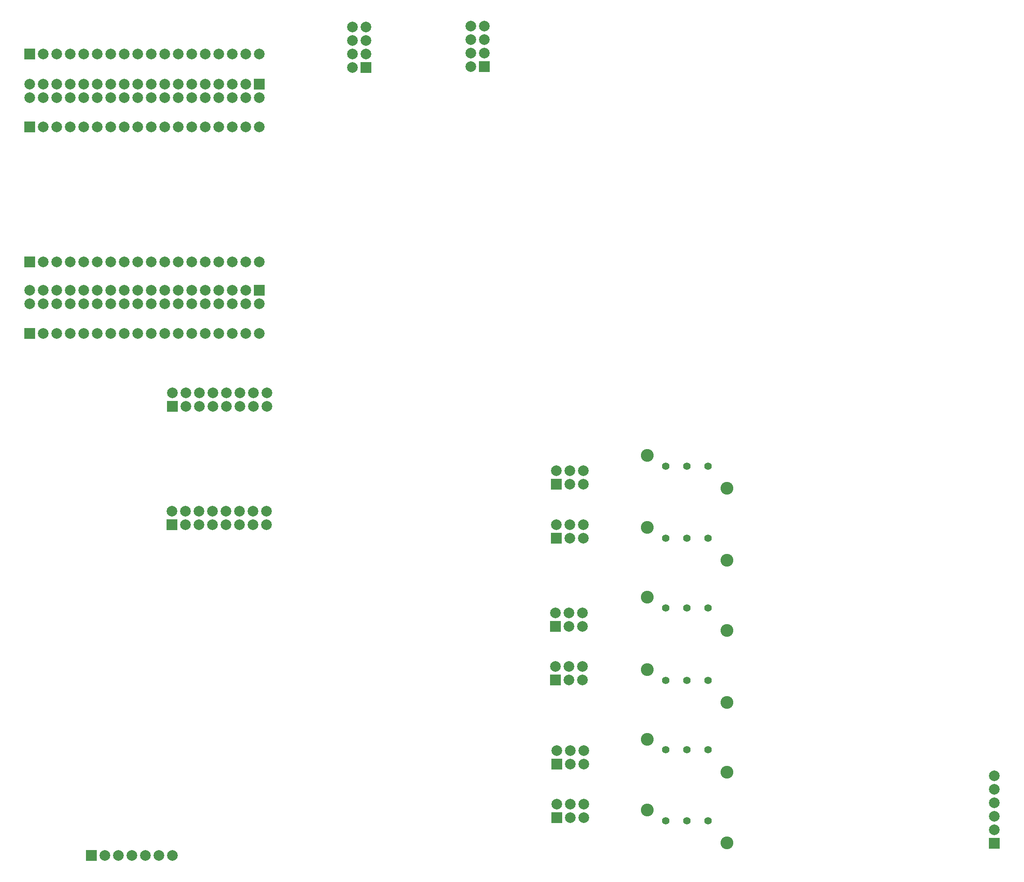
<source format=gbs>
G04*
G04 #@! TF.GenerationSoftware,Altium Limited,Altium Designer,22.3.1 (43)*
G04*
G04 Layer_Color=16711935*
%FSLAX25Y25*%
%MOIN*%
G70*
G04*
G04 #@! TF.SameCoordinates,0A97E6FA-FBBB-4BB4-88F3-49EC77A15450*
G04*
G04*
G04 #@! TF.FilePolarity,Negative*
G04*
G01*
G75*
%ADD67C,0.07906*%
%ADD68R,0.07906X0.07906*%
%ADD69R,0.07906X0.07906*%
%ADD70C,0.09500*%
%ADD71C,0.05500*%
D67*
X120500Y20200D02*
D03*
X110500D02*
D03*
X100500D02*
D03*
X90500D02*
D03*
X70500D02*
D03*
X80500D02*
D03*
X404769Y305298D02*
D03*
X414769Y295298D02*
D03*
Y305298D02*
D03*
X424769Y295298D02*
D03*
Y305298D02*
D03*
X404928Y265231D02*
D03*
X414928Y255231D02*
D03*
Y265231D02*
D03*
X424929Y255231D02*
D03*
Y265231D02*
D03*
X404340Y199979D02*
D03*
X414340Y189979D02*
D03*
Y199979D02*
D03*
X424340Y189979D02*
D03*
Y199979D02*
D03*
X404340Y160340D02*
D03*
X414340Y150340D02*
D03*
Y160340D02*
D03*
X424340Y150340D02*
D03*
Y160340D02*
D03*
X405156Y97931D02*
D03*
X415156Y87931D02*
D03*
Y97931D02*
D03*
X425156Y87931D02*
D03*
Y97931D02*
D03*
X405328Y58312D02*
D03*
X415328Y48312D02*
D03*
Y58312D02*
D03*
X425327Y48312D02*
D03*
Y58312D02*
D03*
X253900Y603855D02*
D03*
X263900Y613855D02*
D03*
X253900D02*
D03*
X263900Y623855D02*
D03*
X253900D02*
D03*
X263900Y633855D02*
D03*
X253900D02*
D03*
X140555Y363000D02*
D03*
X351465Y634610D02*
D03*
Y624610D02*
D03*
X24900Y591845D02*
D03*
Y613945D02*
D03*
X190355Y275300D02*
D03*
Y265300D02*
D03*
X180355Y275300D02*
D03*
Y265300D02*
D03*
X170355Y275300D02*
D03*
Y265300D02*
D03*
X160355Y275300D02*
D03*
Y265300D02*
D03*
X150355Y275300D02*
D03*
Y265300D02*
D03*
X140355Y275300D02*
D03*
Y265300D02*
D03*
X130355Y275300D02*
D03*
Y265300D02*
D03*
X120355Y275300D02*
D03*
X190555Y363000D02*
D03*
Y353000D02*
D03*
X180555Y363000D02*
D03*
Y353000D02*
D03*
X170555Y363000D02*
D03*
Y353000D02*
D03*
X160555Y363000D02*
D03*
Y353000D02*
D03*
X150555Y363000D02*
D03*
Y353000D02*
D03*
X140555D02*
D03*
X130555Y363000D02*
D03*
Y353000D02*
D03*
X120555Y363000D02*
D03*
X341465Y604610D02*
D03*
X351465Y614610D02*
D03*
X341465D02*
D03*
Y624610D02*
D03*
Y634610D02*
D03*
X24900Y406945D02*
D03*
X34900D02*
D03*
X44900D02*
D03*
X54900D02*
D03*
X64900D02*
D03*
X74900D02*
D03*
X84900D02*
D03*
X94900D02*
D03*
X104900D02*
D03*
X114900D02*
D03*
X124900D02*
D03*
X134900D02*
D03*
X144900D02*
D03*
X154900D02*
D03*
X164900D02*
D03*
X174900D02*
D03*
X184900D02*
D03*
Y429045D02*
D03*
X174900Y439045D02*
D03*
Y429045D02*
D03*
X164900Y439045D02*
D03*
Y429045D02*
D03*
X154900Y439045D02*
D03*
Y429045D02*
D03*
X144900Y439045D02*
D03*
Y429045D02*
D03*
X134900Y439045D02*
D03*
Y429045D02*
D03*
X124900Y439045D02*
D03*
Y429045D02*
D03*
X114900Y439045D02*
D03*
Y429045D02*
D03*
X104900Y439045D02*
D03*
Y429045D02*
D03*
X94900Y439045D02*
D03*
Y429045D02*
D03*
X84900Y439045D02*
D03*
Y429045D02*
D03*
X74900Y439045D02*
D03*
Y429045D02*
D03*
X64900Y439045D02*
D03*
Y429045D02*
D03*
X54900Y439045D02*
D03*
Y429045D02*
D03*
X44900Y439045D02*
D03*
Y429045D02*
D03*
X34900Y439045D02*
D03*
Y429045D02*
D03*
X24900Y439045D02*
D03*
Y429045D02*
D03*
X14900Y439045D02*
D03*
Y429045D02*
D03*
X24900Y460045D02*
D03*
X34900D02*
D03*
X44900D02*
D03*
X54900D02*
D03*
X64900D02*
D03*
X74900D02*
D03*
X84900D02*
D03*
X94900D02*
D03*
X104900D02*
D03*
X114900D02*
D03*
X124900D02*
D03*
X134900D02*
D03*
X144900D02*
D03*
X154900D02*
D03*
X164900D02*
D03*
X174900D02*
D03*
X184900D02*
D03*
X24900Y560045D02*
D03*
X34900D02*
D03*
X44900D02*
D03*
X54900D02*
D03*
X64900D02*
D03*
X74900D02*
D03*
X84900D02*
D03*
X94900D02*
D03*
X104900D02*
D03*
X114900D02*
D03*
X124900D02*
D03*
X134900D02*
D03*
X144900D02*
D03*
X154900D02*
D03*
X164900D02*
D03*
X174900D02*
D03*
X184900D02*
D03*
Y581845D02*
D03*
X174900Y591845D02*
D03*
Y581845D02*
D03*
X164900Y591845D02*
D03*
Y581845D02*
D03*
X154900Y591845D02*
D03*
Y581845D02*
D03*
X144900Y591845D02*
D03*
Y581845D02*
D03*
X134900Y591845D02*
D03*
Y581845D02*
D03*
X124900Y591845D02*
D03*
Y581845D02*
D03*
X114900Y591845D02*
D03*
Y581845D02*
D03*
X104900Y591845D02*
D03*
Y581845D02*
D03*
X94900Y591845D02*
D03*
Y581845D02*
D03*
X84900Y591845D02*
D03*
Y581845D02*
D03*
X74900Y591845D02*
D03*
Y581845D02*
D03*
X64900Y591845D02*
D03*
Y581845D02*
D03*
X54900Y591845D02*
D03*
Y581845D02*
D03*
X44900Y591845D02*
D03*
Y581845D02*
D03*
X34900Y591845D02*
D03*
Y581845D02*
D03*
X24900D02*
D03*
X14900Y591845D02*
D03*
Y581845D02*
D03*
X34900Y613945D02*
D03*
X44900D02*
D03*
X54900D02*
D03*
X64900D02*
D03*
X74900D02*
D03*
X84900D02*
D03*
X94900D02*
D03*
X104900D02*
D03*
X114900D02*
D03*
X124900D02*
D03*
X134900D02*
D03*
X144900D02*
D03*
X154900D02*
D03*
X164900D02*
D03*
X174900D02*
D03*
X184900D02*
D03*
X729300Y39500D02*
D03*
Y49500D02*
D03*
Y59500D02*
D03*
Y69500D02*
D03*
Y79500D02*
D03*
D68*
X60500Y20200D02*
D03*
X404769Y295298D02*
D03*
X404928Y255231D02*
D03*
X404340Y189979D02*
D03*
Y150340D02*
D03*
X405156Y87931D02*
D03*
X405328Y48312D02*
D03*
X120355Y265300D02*
D03*
X120555Y353000D02*
D03*
X14900Y406945D02*
D03*
X184900Y439045D02*
D03*
X14900Y460045D02*
D03*
Y560045D02*
D03*
X184900Y591845D02*
D03*
X14900Y613945D02*
D03*
D69*
X263900Y603855D02*
D03*
X351465Y604610D02*
D03*
X729300Y29500D02*
D03*
D70*
X531145Y82118D02*
D03*
X472145Y106518D02*
D03*
X531145Y292198D02*
D03*
X472145Y316598D02*
D03*
X531145Y187158D02*
D03*
X472145Y211558D02*
D03*
X531145Y238901D02*
D03*
X472145Y263301D02*
D03*
X531145Y133640D02*
D03*
X472145Y158040D02*
D03*
X531145Y29598D02*
D03*
X472145Y53998D02*
D03*
D71*
X517345Y98618D02*
D03*
X501645D02*
D03*
X485945D02*
D03*
X517345Y308698D02*
D03*
X501645D02*
D03*
X485945D02*
D03*
X517345Y203658D02*
D03*
X501645D02*
D03*
X485945D02*
D03*
X517345Y255401D02*
D03*
X501645D02*
D03*
X485945D02*
D03*
X517345Y150140D02*
D03*
X501645D02*
D03*
X485945D02*
D03*
X517345Y46098D02*
D03*
X501645D02*
D03*
X485945D02*
D03*
M02*

</source>
